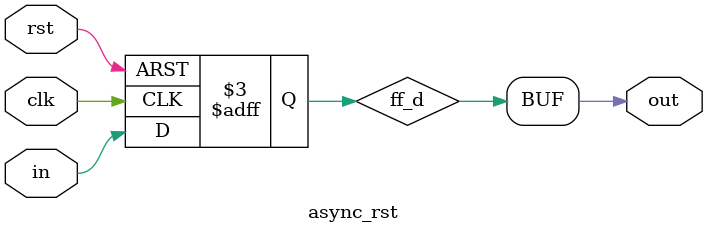
<source format=v>
module async_rst (
	input in,
	input clk,
	input rst,
	output out
);

	reg ff_d;

	always @(posedge clk, negedge rst) begin
		if (!rst) begin
			ff_d <= 1'b0;
		end
		else begin
			ff_d <= in;
		end
	end

	assign out = ff_d;

endmodule

</source>
